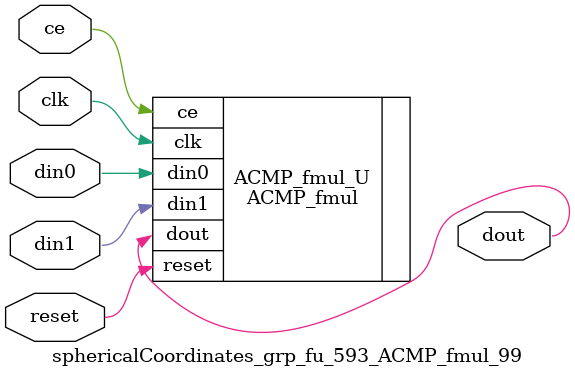
<source format=v>

`timescale 1 ns / 1 ps
module sphericalCoordinates_grp_fu_593_ACMP_fmul_99(
    clk,
    reset,
    ce,
    din0,
    din1,
    dout);

parameter ID = 32'd1;
parameter NUM_STAGE = 32'd1;
parameter din0_WIDTH = 32'd1;
parameter din1_WIDTH = 32'd1;
parameter dout_WIDTH = 32'd1;
input clk;
input reset;
input ce;
input[din0_WIDTH - 1:0] din0;
input[din1_WIDTH - 1:0] din1;
output[dout_WIDTH - 1:0] dout;



ACMP_fmul #(
.ID( ID ),
.NUM_STAGE( 4 ),
.din0_WIDTH( din0_WIDTH ),
.din1_WIDTH( din1_WIDTH ),
.dout_WIDTH( dout_WIDTH ))
ACMP_fmul_U(
    .clk( clk ),
    .reset( reset ),
    .ce( ce ),
    .din0( din0 ),
    .din1( din1 ),
    .dout( dout ));

endmodule

</source>
